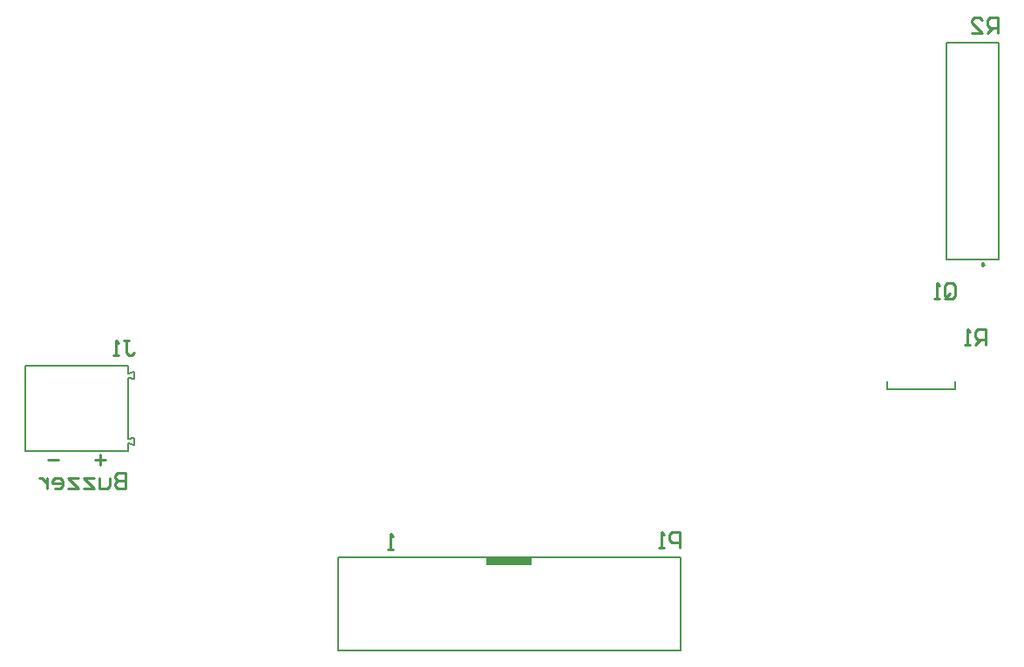
<source format=gbo>
G04*
G04 #@! TF.GenerationSoftware,Altium Limited,Altium Designer,21.3.2 (30)*
G04*
G04 Layer_Color=32896*
%FSLAX25Y25*%
%MOIN*%
G70*
G04*
G04 #@! TF.SameCoordinates,3DC595B4-C491-417C-8E84-26B3D1DC1506*
G04*
G04*
G04 #@! TF.FilePolarity,Positive*
G04*
G01*
G75*
%ADD10C,0.00984*%
%ADD11C,0.00787*%
%ADD12C,0.01000*%
%ADD34R,0.17716X0.03150*%
D10*
X378346Y153543D02*
X377608Y153970D01*
Y153117D01*
X378346Y153543D01*
D11*
X364016Y155374D02*
X384016D01*
X364016D02*
Y238327D01*
X384016D01*
Y155374D02*
Y238327D01*
X367323Y105906D02*
Y108907D01*
X341339Y105906D02*
X367323D01*
X341339D02*
Y108907D01*
X131378Y5906D02*
Y41339D01*
X262323D01*
X131378Y5906D02*
X262323D01*
Y41339D01*
X11811Y114764D02*
X51181D01*
X11811Y82087D02*
X51181D01*
X11811D02*
Y114764D01*
X53543Y109744D02*
Y112303D01*
X51181Y110236D02*
X53543Y109744D01*
X51181Y111811D02*
X53543Y112303D01*
X51181Y111811D02*
Y114764D01*
X53543Y84547D02*
Y87106D01*
X51181Y85039D02*
X53543Y84547D01*
X51181Y86614D02*
X53543Y87106D01*
X51181Y82087D02*
Y85039D01*
Y86614D02*
Y110236D01*
D12*
X152543Y44307D02*
X150544D01*
X151544D01*
Y50305D01*
X152543Y49305D01*
X50181Y73927D02*
Y67929D01*
X47182D01*
X46182Y68929D01*
Y69928D01*
X47182Y70928D01*
X50181D01*
X47182D01*
X46182Y71928D01*
Y72927D01*
X47182Y73927D01*
X50181D01*
X44183Y71928D02*
Y68929D01*
X43183Y67929D01*
X40184D01*
Y71928D01*
X38185D02*
X34186D01*
X38185Y67929D01*
X34186D01*
X32187Y71928D02*
X28188D01*
X32187Y67929D01*
X28188D01*
X23190D02*
X25189D01*
X26189Y68929D01*
Y70928D01*
X25189Y71928D01*
X23190D01*
X22190Y70928D01*
Y69928D01*
X26189D01*
X20191Y71928D02*
Y67929D01*
Y69928D01*
X19191Y70928D01*
X18192Y71928D01*
X17192D01*
X20500Y78740D02*
X24498D01*
X38494D02*
X42492D01*
X40493Y80739D02*
Y76741D01*
X379003Y122760D02*
Y128758D01*
X376004D01*
X375004Y127759D01*
Y125759D01*
X376004Y124760D01*
X379003D01*
X377004D02*
X375004Y122760D01*
X373005D02*
X371006D01*
X372005D01*
Y128758D01*
X373005Y127759D01*
X383800Y242100D02*
Y248098D01*
X380801D01*
X379801Y247098D01*
Y245099D01*
X380801Y244099D01*
X383800D01*
X381801D02*
X379801Y242100D01*
X373803D02*
X377802D01*
X373803Y246099D01*
Y247098D01*
X374803Y248098D01*
X376802D01*
X377802Y247098D01*
X363301Y141500D02*
Y145498D01*
X364301Y146498D01*
X366300D01*
X367300Y145498D01*
Y141500D01*
X366300Y140500D01*
X364301D01*
X365301Y142499D02*
X363301Y140500D01*
X364301D02*
X363301Y141500D01*
X361302Y140500D02*
X359303D01*
X360302D01*
Y146498D01*
X361302Y145498D01*
X262200Y45200D02*
Y51198D01*
X259201D01*
X258201Y50198D01*
Y48199D01*
X259201Y47199D01*
X262200D01*
X256202Y45200D02*
X254203D01*
X255202D01*
Y51198D01*
X256202Y50198D01*
X49401Y124598D02*
X51401D01*
X50401D01*
Y119600D01*
X51401Y118600D01*
X52400D01*
X53400Y119600D01*
X47402Y118600D02*
X45403D01*
X46402D01*
Y124598D01*
X47402Y123598D01*
D34*
X196850Y39764D02*
D03*
M02*

</source>
